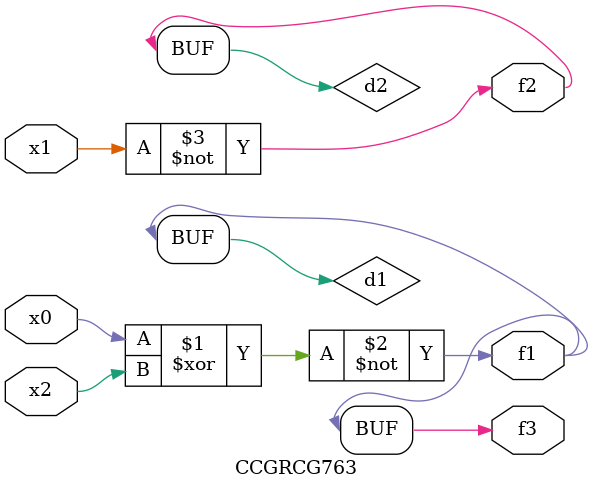
<source format=v>
module CCGRCG763(
	input x0, x1, x2,
	output f1, f2, f3
);

	wire d1, d2, d3;

	xnor (d1, x0, x2);
	nand (d2, x1);
	nor (d3, x1, x2);
	assign f1 = d1;
	assign f2 = d2;
	assign f3 = d1;
endmodule

</source>
